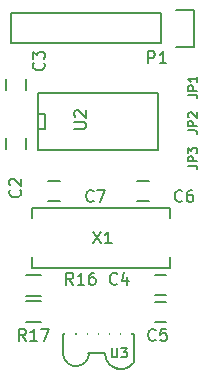
<source format=gbr>
G04 #@! TF.FileFunction,Legend,Top*
%FSLAX46Y46*%
G04 Gerber Fmt 4.6, Leading zero omitted, Abs format (unit mm)*
G04 Created by KiCad (PCBNEW 4.0.2-stable) date 9/4/2016 3:07:34 AM*
%MOMM*%
G01*
G04 APERTURE LIST*
%ADD10C,0.100000*%
%ADD11C,0.150000*%
%ADD12C,0.127000*%
%ADD13R,1.554000X1.804000*%
%ADD14R,1.804000X1.554000*%
%ADD15R,1.066000X0.812000*%
%ADD16R,2.031200X2.336000*%
%ADD17O,2.031200X2.336000*%
%ADD18R,1.804000X1.604000*%
%ADD19R,0.812000X1.447000*%
%ADD20R,0.944000X1.574000*%
%ADD21R,5.904700X2.404580*%
G04 APERTURE END LIST*
D10*
D11*
X142600000Y-122000000D02*
X142600000Y-121000000D01*
X140900000Y-121000000D02*
X140900000Y-122000000D01*
X140900000Y-116000000D02*
X140900000Y-117000000D01*
X142600000Y-117000000D02*
X142600000Y-116000000D01*
X154500000Y-132650000D02*
X153500000Y-132650000D01*
X153500000Y-134350000D02*
X154500000Y-134350000D01*
X154500000Y-134900000D02*
X153500000Y-134900000D01*
X153500000Y-136600000D02*
X154500000Y-136600000D01*
X153000000Y-124650000D02*
X152000000Y-124650000D01*
X152000000Y-126350000D02*
X153000000Y-126350000D01*
X144500000Y-126350000D02*
X145500000Y-126350000D01*
X145500000Y-124650000D02*
X144500000Y-124650000D01*
X154020000Y-113020000D02*
X141320000Y-113020000D01*
X141320000Y-113020000D02*
X141320000Y-110480000D01*
X141320000Y-110480000D02*
X154020000Y-110480000D01*
X156840000Y-113300000D02*
X155290000Y-113300000D01*
X154020000Y-113020000D02*
X154020000Y-110480000D01*
X155290000Y-110200000D02*
X156840000Y-110200000D01*
X156840000Y-110200000D02*
X156840000Y-113300000D01*
X143850000Y-134375000D02*
X142650000Y-134375000D01*
X142650000Y-132625000D02*
X143850000Y-132625000D01*
X143850000Y-136625000D02*
X142650000Y-136625000D01*
X142650000Y-134875000D02*
X143850000Y-134875000D01*
X153790000Y-117262000D02*
X153790000Y-122088000D01*
X153790000Y-122088000D02*
X143630000Y-122088000D01*
X143630000Y-122088000D02*
X143630000Y-117262000D01*
X143630000Y-117262000D02*
X153790000Y-117262000D01*
X143630000Y-119040000D02*
X144265000Y-119040000D01*
X144265000Y-119040000D02*
X144265000Y-120310000D01*
X144265000Y-120310000D02*
X143630000Y-120310000D01*
X147900000Y-139250000D02*
X149300000Y-139250000D01*
X151750000Y-137600000D02*
X151750000Y-140000000D01*
X149850000Y-140350000D02*
G75*
G03X151750000Y-140050000I800000J1100000D01*
G01*
X149300000Y-139250000D02*
G75*
G03X150650000Y-140600000I1350000J0D01*
G01*
X146850000Y-140350000D02*
G75*
G03X147950000Y-139250000I0J1100000D01*
G01*
X145750000Y-139350000D02*
G75*
G03X146950000Y-140350000I1100000J100000D01*
G01*
X151750000Y-137600000D02*
X145750000Y-137600000D01*
X145750000Y-137600000D02*
X145750000Y-139300000D01*
X143150380Y-131999360D02*
X154849620Y-131999360D01*
X154849620Y-127000640D02*
X143150380Y-127000640D01*
X154849620Y-131999360D02*
X154849620Y-131151000D01*
X154849620Y-127000640D02*
X154849620Y-127849000D01*
X143150380Y-131999360D02*
X143150380Y-131151000D01*
X143150380Y-127000640D02*
X143150380Y-127849000D01*
X142107143Y-125416666D02*
X142154762Y-125464285D01*
X142202381Y-125607142D01*
X142202381Y-125702380D01*
X142154762Y-125845238D01*
X142059524Y-125940476D01*
X141964286Y-125988095D01*
X141773810Y-126035714D01*
X141630952Y-126035714D01*
X141440476Y-125988095D01*
X141345238Y-125940476D01*
X141250000Y-125845238D01*
X141202381Y-125702380D01*
X141202381Y-125607142D01*
X141250000Y-125464285D01*
X141297619Y-125416666D01*
X141297619Y-125035714D02*
X141250000Y-124988095D01*
X141202381Y-124892857D01*
X141202381Y-124654761D01*
X141250000Y-124559523D01*
X141297619Y-124511904D01*
X141392857Y-124464285D01*
X141488095Y-124464285D01*
X141630952Y-124511904D01*
X142202381Y-125083333D01*
X142202381Y-124464285D01*
X144107143Y-114666666D02*
X144154762Y-114714285D01*
X144202381Y-114857142D01*
X144202381Y-114952380D01*
X144154762Y-115095238D01*
X144059524Y-115190476D01*
X143964286Y-115238095D01*
X143773810Y-115285714D01*
X143630952Y-115285714D01*
X143440476Y-115238095D01*
X143345238Y-115190476D01*
X143250000Y-115095238D01*
X143202381Y-114952380D01*
X143202381Y-114857142D01*
X143250000Y-114714285D01*
X143297619Y-114666666D01*
X143202381Y-114333333D02*
X143202381Y-113714285D01*
X143583333Y-114047619D01*
X143583333Y-113904761D01*
X143630952Y-113809523D01*
X143678571Y-113761904D01*
X143773810Y-113714285D01*
X144011905Y-113714285D01*
X144107143Y-113761904D01*
X144154762Y-113809523D01*
X144202381Y-113904761D01*
X144202381Y-114190476D01*
X144154762Y-114285714D01*
X144107143Y-114333333D01*
X150333334Y-133357143D02*
X150285715Y-133404762D01*
X150142858Y-133452381D01*
X150047620Y-133452381D01*
X149904762Y-133404762D01*
X149809524Y-133309524D01*
X149761905Y-133214286D01*
X149714286Y-133023810D01*
X149714286Y-132880952D01*
X149761905Y-132690476D01*
X149809524Y-132595238D01*
X149904762Y-132500000D01*
X150047620Y-132452381D01*
X150142858Y-132452381D01*
X150285715Y-132500000D01*
X150333334Y-132547619D01*
X151190477Y-132785714D02*
X151190477Y-133452381D01*
X150952381Y-132404762D02*
X150714286Y-133119048D01*
X151333334Y-133119048D01*
X153583334Y-138107143D02*
X153535715Y-138154762D01*
X153392858Y-138202381D01*
X153297620Y-138202381D01*
X153154762Y-138154762D01*
X153059524Y-138059524D01*
X153011905Y-137964286D01*
X152964286Y-137773810D01*
X152964286Y-137630952D01*
X153011905Y-137440476D01*
X153059524Y-137345238D01*
X153154762Y-137250000D01*
X153297620Y-137202381D01*
X153392858Y-137202381D01*
X153535715Y-137250000D01*
X153583334Y-137297619D01*
X154488096Y-137202381D02*
X154011905Y-137202381D01*
X153964286Y-137678571D01*
X154011905Y-137630952D01*
X154107143Y-137583333D01*
X154345239Y-137583333D01*
X154440477Y-137630952D01*
X154488096Y-137678571D01*
X154535715Y-137773810D01*
X154535715Y-138011905D01*
X154488096Y-138107143D01*
X154440477Y-138154762D01*
X154345239Y-138202381D01*
X154107143Y-138202381D01*
X154011905Y-138154762D01*
X153964286Y-138107143D01*
X155833334Y-126357143D02*
X155785715Y-126404762D01*
X155642858Y-126452381D01*
X155547620Y-126452381D01*
X155404762Y-126404762D01*
X155309524Y-126309524D01*
X155261905Y-126214286D01*
X155214286Y-126023810D01*
X155214286Y-125880952D01*
X155261905Y-125690476D01*
X155309524Y-125595238D01*
X155404762Y-125500000D01*
X155547620Y-125452381D01*
X155642858Y-125452381D01*
X155785715Y-125500000D01*
X155833334Y-125547619D01*
X156690477Y-125452381D02*
X156500000Y-125452381D01*
X156404762Y-125500000D01*
X156357143Y-125547619D01*
X156261905Y-125690476D01*
X156214286Y-125880952D01*
X156214286Y-126261905D01*
X156261905Y-126357143D01*
X156309524Y-126404762D01*
X156404762Y-126452381D01*
X156595239Y-126452381D01*
X156690477Y-126404762D01*
X156738096Y-126357143D01*
X156785715Y-126261905D01*
X156785715Y-126023810D01*
X156738096Y-125928571D01*
X156690477Y-125880952D01*
X156595239Y-125833333D01*
X156404762Y-125833333D01*
X156309524Y-125880952D01*
X156261905Y-125928571D01*
X156214286Y-126023810D01*
X148333334Y-126357143D02*
X148285715Y-126404762D01*
X148142858Y-126452381D01*
X148047620Y-126452381D01*
X147904762Y-126404762D01*
X147809524Y-126309524D01*
X147761905Y-126214286D01*
X147714286Y-126023810D01*
X147714286Y-125880952D01*
X147761905Y-125690476D01*
X147809524Y-125595238D01*
X147904762Y-125500000D01*
X148047620Y-125452381D01*
X148142858Y-125452381D01*
X148285715Y-125500000D01*
X148333334Y-125547619D01*
X148666667Y-125452381D02*
X149333334Y-125452381D01*
X148904762Y-126452381D01*
D12*
X156332714Y-117384999D02*
X156877000Y-117384999D01*
X156985857Y-117421285D01*
X157058429Y-117493856D01*
X157094714Y-117602713D01*
X157094714Y-117675285D01*
X157094714Y-117022142D02*
X156332714Y-117022142D01*
X156332714Y-116731857D01*
X156369000Y-116659285D01*
X156405286Y-116623000D01*
X156477857Y-116586714D01*
X156586714Y-116586714D01*
X156659286Y-116623000D01*
X156695571Y-116659285D01*
X156731857Y-116731857D01*
X156731857Y-117022142D01*
X157094714Y-115861000D02*
X157094714Y-116296428D01*
X157094714Y-116078714D02*
X156332714Y-116078714D01*
X156441571Y-116151285D01*
X156514143Y-116223857D01*
X156550429Y-116296428D01*
X156332714Y-120384999D02*
X156877000Y-120384999D01*
X156985857Y-120421285D01*
X157058429Y-120493856D01*
X157094714Y-120602713D01*
X157094714Y-120675285D01*
X157094714Y-120022142D02*
X156332714Y-120022142D01*
X156332714Y-119731857D01*
X156369000Y-119659285D01*
X156405286Y-119623000D01*
X156477857Y-119586714D01*
X156586714Y-119586714D01*
X156659286Y-119623000D01*
X156695571Y-119659285D01*
X156731857Y-119731857D01*
X156731857Y-120022142D01*
X156405286Y-119296428D02*
X156369000Y-119260142D01*
X156332714Y-119187571D01*
X156332714Y-119006142D01*
X156369000Y-118933571D01*
X156405286Y-118897285D01*
X156477857Y-118861000D01*
X156550429Y-118861000D01*
X156659286Y-118897285D01*
X157094714Y-119332714D01*
X157094714Y-118861000D01*
X156332714Y-123384999D02*
X156877000Y-123384999D01*
X156985857Y-123421285D01*
X157058429Y-123493856D01*
X157094714Y-123602713D01*
X157094714Y-123675285D01*
X157094714Y-123022142D02*
X156332714Y-123022142D01*
X156332714Y-122731857D01*
X156369000Y-122659285D01*
X156405286Y-122623000D01*
X156477857Y-122586714D01*
X156586714Y-122586714D01*
X156659286Y-122623000D01*
X156695571Y-122659285D01*
X156731857Y-122731857D01*
X156731857Y-123022142D01*
X156332714Y-122332714D02*
X156332714Y-121861000D01*
X156623000Y-122115000D01*
X156623000Y-122006142D01*
X156659286Y-121933571D01*
X156695571Y-121897285D01*
X156768143Y-121861000D01*
X156949571Y-121861000D01*
X157022143Y-121897285D01*
X157058429Y-121933571D01*
X157094714Y-122006142D01*
X157094714Y-122223857D01*
X157058429Y-122296428D01*
X157022143Y-122332714D01*
D11*
X152971905Y-114702381D02*
X152971905Y-113702381D01*
X153352858Y-113702381D01*
X153448096Y-113750000D01*
X153495715Y-113797619D01*
X153543334Y-113892857D01*
X153543334Y-114035714D01*
X153495715Y-114130952D01*
X153448096Y-114178571D01*
X153352858Y-114226190D01*
X152971905Y-114226190D01*
X154495715Y-114702381D02*
X153924286Y-114702381D01*
X154210000Y-114702381D02*
X154210000Y-113702381D01*
X154114762Y-113845238D01*
X154019524Y-113940476D01*
X153924286Y-113988095D01*
X146607143Y-133452381D02*
X146273809Y-132976190D01*
X146035714Y-133452381D02*
X146035714Y-132452381D01*
X146416667Y-132452381D01*
X146511905Y-132500000D01*
X146559524Y-132547619D01*
X146607143Y-132642857D01*
X146607143Y-132785714D01*
X146559524Y-132880952D01*
X146511905Y-132928571D01*
X146416667Y-132976190D01*
X146035714Y-132976190D01*
X147559524Y-133452381D02*
X146988095Y-133452381D01*
X147273809Y-133452381D02*
X147273809Y-132452381D01*
X147178571Y-132595238D01*
X147083333Y-132690476D01*
X146988095Y-132738095D01*
X148416667Y-132452381D02*
X148226190Y-132452381D01*
X148130952Y-132500000D01*
X148083333Y-132547619D01*
X147988095Y-132690476D01*
X147940476Y-132880952D01*
X147940476Y-133261905D01*
X147988095Y-133357143D01*
X148035714Y-133404762D01*
X148130952Y-133452381D01*
X148321429Y-133452381D01*
X148416667Y-133404762D01*
X148464286Y-133357143D01*
X148511905Y-133261905D01*
X148511905Y-133023810D01*
X148464286Y-132928571D01*
X148416667Y-132880952D01*
X148321429Y-132833333D01*
X148130952Y-132833333D01*
X148035714Y-132880952D01*
X147988095Y-132928571D01*
X147940476Y-133023810D01*
X142607143Y-138202381D02*
X142273809Y-137726190D01*
X142035714Y-138202381D02*
X142035714Y-137202381D01*
X142416667Y-137202381D01*
X142511905Y-137250000D01*
X142559524Y-137297619D01*
X142607143Y-137392857D01*
X142607143Y-137535714D01*
X142559524Y-137630952D01*
X142511905Y-137678571D01*
X142416667Y-137726190D01*
X142035714Y-137726190D01*
X143559524Y-138202381D02*
X142988095Y-138202381D01*
X143273809Y-138202381D02*
X143273809Y-137202381D01*
X143178571Y-137345238D01*
X143083333Y-137440476D01*
X142988095Y-137488095D01*
X143892857Y-137202381D02*
X144559524Y-137202381D01*
X144130952Y-138202381D01*
X146702381Y-120261905D02*
X147511905Y-120261905D01*
X147607143Y-120214286D01*
X147654762Y-120166667D01*
X147702381Y-120071429D01*
X147702381Y-119880952D01*
X147654762Y-119785714D01*
X147607143Y-119738095D01*
X147511905Y-119690476D01*
X146702381Y-119690476D01*
X146797619Y-119261905D02*
X146750000Y-119214286D01*
X146702381Y-119119048D01*
X146702381Y-118880952D01*
X146750000Y-118785714D01*
X146797619Y-118738095D01*
X146892857Y-118690476D01*
X146988095Y-118690476D01*
X147130952Y-118738095D01*
X147702381Y-119309524D01*
X147702381Y-118690476D01*
X149890476Y-138811905D02*
X149890476Y-139459524D01*
X149928571Y-139535714D01*
X149966667Y-139573810D01*
X150042857Y-139611905D01*
X150195238Y-139611905D01*
X150271429Y-139573810D01*
X150309524Y-139535714D01*
X150347619Y-139459524D01*
X150347619Y-138811905D01*
X150652381Y-138811905D02*
X151147619Y-138811905D01*
X150880952Y-139116667D01*
X150995238Y-139116667D01*
X151071428Y-139154762D01*
X151109524Y-139192857D01*
X151147619Y-139269048D01*
X151147619Y-139459524D01*
X151109524Y-139535714D01*
X151071428Y-139573810D01*
X150995238Y-139611905D01*
X150766666Y-139611905D01*
X150690476Y-139573810D01*
X150652381Y-139535714D01*
X148289336Y-128952381D02*
X148956003Y-129952381D01*
X148956003Y-128952381D02*
X148289336Y-129952381D01*
X149860765Y-129952381D02*
X149289336Y-129952381D01*
X149575050Y-129952381D02*
X149575050Y-128952381D01*
X149479812Y-129095238D01*
X149384574Y-129190476D01*
X149289336Y-129238095D01*
%LPC*%
D13*
X141750000Y-120250000D03*
X141750000Y-122750000D03*
X141750000Y-117750000D03*
X141750000Y-115250000D03*
D14*
X152750000Y-133500000D03*
X155250000Y-133500000D03*
X152750000Y-135750000D03*
X155250000Y-135750000D03*
X151250000Y-125500000D03*
X153750000Y-125500000D03*
X146250000Y-125500000D03*
X143750000Y-125500000D03*
D15*
X155250000Y-116788800D03*
X155250000Y-117500000D03*
X155250000Y-116077600D03*
X155250000Y-119750000D03*
X155250000Y-120461200D03*
X155250000Y-119038800D03*
X155250000Y-122750000D03*
X155250000Y-123461200D03*
X155250000Y-122038800D03*
D16*
X155290000Y-111750000D03*
D17*
X152750000Y-111750000D03*
X150210000Y-111750000D03*
X147670000Y-111750000D03*
X145130000Y-111750000D03*
X142590000Y-111750000D03*
D18*
X141900000Y-133500000D03*
X144600000Y-133500000D03*
X141900000Y-135750000D03*
X144600000Y-135750000D03*
D19*
X144900000Y-122850000D03*
X146170000Y-122850000D03*
X147440000Y-122850000D03*
X148710000Y-122850000D03*
X149980000Y-122850000D03*
X151250000Y-122850000D03*
X152520000Y-122850000D03*
X152520000Y-116500000D03*
X151250000Y-116500000D03*
X148710000Y-116500000D03*
X147440000Y-116500000D03*
X146170000Y-116500000D03*
X144900000Y-116500000D03*
X149980000Y-116500000D03*
D20*
X146375000Y-137835000D03*
X148275000Y-137835000D03*
X149225000Y-137835000D03*
X147325000Y-137835000D03*
X150175000Y-137835000D03*
X151125000Y-137835000D03*
D21*
X144151140Y-129500000D03*
X153848860Y-129500000D03*
M02*

</source>
